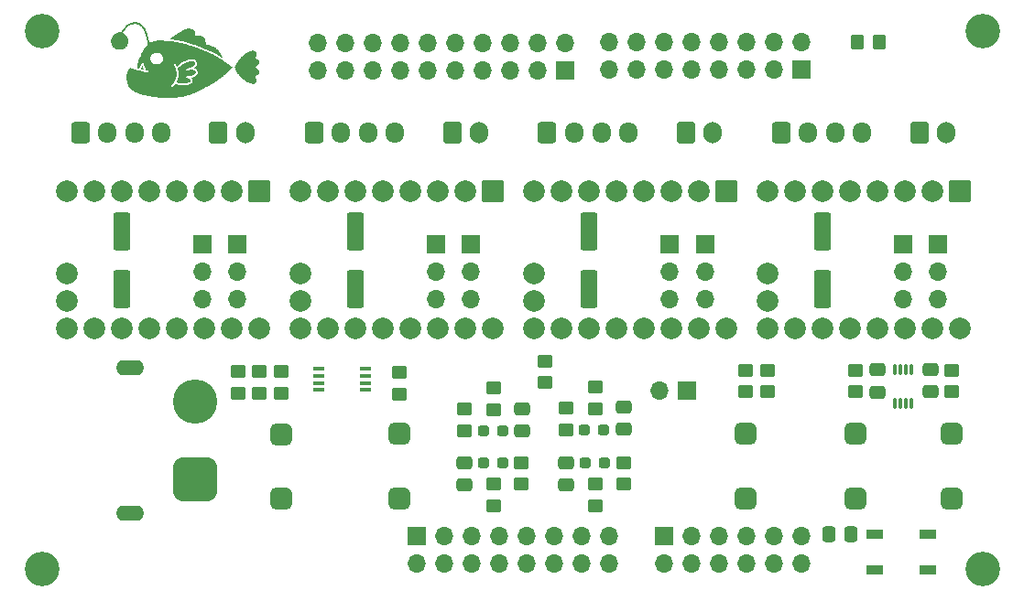
<source format=gts>
%TF.GenerationSoftware,KiCad,Pcbnew,8.0.3*%
%TF.CreationDate,2024-07-06T17:26:19+02:00*%
%TF.ProjectId,StepperDriver-Shield_FRDM-MCXA153,53746570-7065-4724-9472-697665722d53,rev?*%
%TF.SameCoordinates,Original*%
%TF.FileFunction,Soldermask,Top*%
%TF.FilePolarity,Negative*%
%FSLAX46Y46*%
G04 Gerber Fmt 4.6, Leading zero omitted, Abs format (unit mm)*
G04 Created by KiCad (PCBNEW 8.0.3) date 2024-07-06 17:26:19*
%MOMM*%
%LPD*%
G01*
G04 APERTURE LIST*
G04 Aperture macros list*
%AMRoundRect*
0 Rectangle with rounded corners*
0 $1 Rounding radius*
0 $2 $3 $4 $5 $6 $7 $8 $9 X,Y pos of 4 corners*
0 Add a 4 corners polygon primitive as box body*
4,1,4,$2,$3,$4,$5,$6,$7,$8,$9,$2,$3,0*
0 Add four circle primitives for the rounded corners*
1,1,$1+$1,$2,$3*
1,1,$1+$1,$4,$5*
1,1,$1+$1,$6,$7*
1,1,$1+$1,$8,$9*
0 Add four rect primitives between the rounded corners*
20,1,$1+$1,$2,$3,$4,$5,0*
20,1,$1+$1,$4,$5,$6,$7,0*
20,1,$1+$1,$6,$7,$8,$9,0*
20,1,$1+$1,$8,$9,$2,$3,0*%
G04 Aperture macros list end*
%ADD10C,0.000000*%
%ADD11RoundRect,0.102000X-0.900000X0.900000X-0.900000X-0.900000X0.900000X-0.900000X0.900000X0.900000X0*%
%ADD12C,2.004000*%
%ADD13RoundRect,0.250000X-0.450000X0.350000X-0.450000X-0.350000X0.450000X-0.350000X0.450000X0.350000X0*%
%ADD14RoundRect,0.250000X-0.475000X0.337500X-0.475000X-0.337500X0.475000X-0.337500X0.475000X0.337500X0*%
%ADD15C,3.200000*%
%ADD16RoundRect,0.250000X-0.337500X-0.475000X0.337500X-0.475000X0.337500X0.475000X-0.337500X0.475000X0*%
%ADD17RoundRect,0.250000X0.475000X-0.337500X0.475000X0.337500X-0.475000X0.337500X-0.475000X-0.337500X0*%
%ADD18RoundRect,0.250000X0.350000X0.450000X-0.350000X0.450000X-0.350000X-0.450000X0.350000X-0.450000X0*%
%ADD19RoundRect,0.250000X-0.600000X-0.750000X0.600000X-0.750000X0.600000X0.750000X-0.600000X0.750000X0*%
%ADD20O,1.700000X2.000000*%
%ADD21RoundRect,0.250000X-0.600000X-0.725000X0.600000X-0.725000X0.600000X0.725000X-0.600000X0.725000X0*%
%ADD22O,1.700000X1.950000*%
%ADD23R,1.100000X0.400000*%
%ADD24RoundRect,0.250000X0.450000X-0.350000X0.450000X0.350000X-0.450000X0.350000X-0.450000X-0.350000X0*%
%ADD25RoundRect,0.250000X-0.550000X1.500000X-0.550000X-1.500000X0.550000X-1.500000X0.550000X1.500000X0*%
%ADD26RoundRect,0.500000X-0.500000X0.500000X-0.500000X-0.500000X0.500000X-0.500000X0.500000X0.500000X0*%
%ADD27R,1.700000X1.700000*%
%ADD28O,1.700000X1.700000*%
%ADD29O,2.604000X1.404000*%
%ADD30RoundRect,1.025000X1.025000X-1.025000X1.025000X1.025000X-1.025000X1.025000X-1.025000X-1.025000X0*%
%ADD31C,4.100000*%
%ADD32RoundRect,0.237500X-0.287500X-0.237500X0.287500X-0.237500X0.287500X0.237500X-0.287500X0.237500X0*%
%ADD33RoundRect,0.500000X0.500000X-0.500000X0.500000X0.500000X-0.500000X0.500000X-0.500000X-0.500000X0*%
%ADD34R,1.500000X0.900000*%
%ADD35RoundRect,0.075000X0.075000X-0.425000X0.075000X0.425000X-0.075000X0.425000X-0.075000X-0.425000X0*%
%ADD36RoundRect,0.237500X0.287500X0.237500X-0.287500X0.237500X-0.287500X-0.237500X0.287500X-0.237500X0*%
G04 APERTURE END LIST*
D10*
%TO.C,Blub1*%
G36*
X96642611Y-73467663D02*
G01*
X96643330Y-73469784D01*
X96644913Y-73476011D01*
X96649631Y-73489965D01*
X96657440Y-73511526D01*
X96668293Y-73540573D01*
X96682145Y-73576984D01*
X96698952Y-73620640D01*
X96718667Y-73671419D01*
X96728232Y-73695938D01*
X96739537Y-73724942D01*
X96749885Y-73751616D01*
X96758858Y-73774870D01*
X96766037Y-73793614D01*
X96771002Y-73806757D01*
X96773335Y-73813209D01*
X96773403Y-73813432D01*
X96774114Y-73817401D01*
X96772601Y-73819539D01*
X96767653Y-73819722D01*
X96758056Y-73817828D01*
X96742599Y-73813733D01*
X96723777Y-73808381D01*
X96708466Y-73804163D01*
X96686561Y-73798382D01*
X96659701Y-73791459D01*
X96629525Y-73783813D01*
X96597673Y-73775862D01*
X96572487Y-73769664D01*
X96543203Y-73762402D01*
X96516806Y-73755660D01*
X96494359Y-73749724D01*
X96476926Y-73744882D01*
X96465568Y-73741421D01*
X96461349Y-73739629D01*
X96461344Y-73739601D01*
X96463542Y-73735228D01*
X96469645Y-73725143D01*
X96478827Y-73710660D01*
X96490264Y-73693091D01*
X96495907Y-73684559D01*
X96509879Y-73663320D01*
X96525391Y-73639380D01*
X96541815Y-73613747D01*
X96558520Y-73587430D01*
X96574877Y-73561435D01*
X96590257Y-73536772D01*
X96604031Y-73514448D01*
X96615568Y-73495471D01*
X96624240Y-73480850D01*
X96629417Y-73471592D01*
X96630628Y-73468789D01*
X96634067Y-73465587D01*
X96636979Y-73465183D01*
X96642611Y-73467663D01*
G37*
G36*
X106895751Y-72033090D02*
G01*
X106907077Y-72034593D01*
X106919087Y-72037472D01*
X106932903Y-72042111D01*
X106949649Y-72048896D01*
X106970451Y-72058211D01*
X106996430Y-72070439D01*
X107028712Y-72085966D01*
X107034235Y-72088636D01*
X107066424Y-72104691D01*
X107091959Y-72118748D01*
X107112115Y-72131791D01*
X107128165Y-72144803D01*
X107141383Y-72158766D01*
X107153041Y-72174663D01*
X107159835Y-72185569D01*
X107173729Y-72210430D01*
X107183409Y-72231827D01*
X107190079Y-72252809D01*
X107194356Y-72273020D01*
X107198080Y-72305530D01*
X107197676Y-72338940D01*
X107192916Y-72374179D01*
X107183573Y-72412175D01*
X107169420Y-72453858D01*
X107150230Y-72500156D01*
X107126451Y-72550630D01*
X107115559Y-72572915D01*
X107105841Y-72593201D01*
X107097993Y-72610004D01*
X107092712Y-72621835D01*
X107090852Y-72626560D01*
X107086939Y-72636463D01*
X107080736Y-72649656D01*
X107077588Y-72655770D01*
X107068403Y-72680581D01*
X107067437Y-72704400D01*
X107074457Y-72726759D01*
X107089231Y-72747188D01*
X107111525Y-72765218D01*
X107138979Y-72779495D01*
X107189849Y-72801792D01*
X107233339Y-72822902D01*
X107270318Y-72843542D01*
X107301657Y-72864431D01*
X107328227Y-72886287D01*
X107350897Y-72909826D01*
X107370538Y-72935767D01*
X107388021Y-72964826D01*
X107404215Y-72997723D01*
X107404556Y-72998480D01*
X107413915Y-73021387D01*
X107422999Y-73047234D01*
X107430308Y-73071635D01*
X107432356Y-73079817D01*
X107436527Y-73098431D01*
X107438889Y-73112140D01*
X107439518Y-73123960D01*
X107438489Y-73136908D01*
X107435880Y-73154001D01*
X107434450Y-73162449D01*
X107429507Y-73186161D01*
X107423172Y-73209039D01*
X107416431Y-73227596D01*
X107415257Y-73230193D01*
X107399149Y-73258188D01*
X107376158Y-73289012D01*
X107347068Y-73321899D01*
X107312666Y-73356082D01*
X107273735Y-73390797D01*
X107231059Y-73425276D01*
X107185423Y-73458753D01*
X107171268Y-73468489D01*
X107141995Y-73489548D01*
X107120246Y-73508040D01*
X107105612Y-73524347D01*
X107098797Y-73535967D01*
X107094070Y-73554636D01*
X107093387Y-73576298D01*
X107096756Y-73596501D01*
X107098665Y-73601866D01*
X107104779Y-73611928D01*
X107114624Y-73623741D01*
X107126233Y-73635409D01*
X107137643Y-73645032D01*
X107146887Y-73650712D01*
X107150018Y-73651480D01*
X107155630Y-73653814D01*
X107166884Y-73660262D01*
X107182549Y-73669996D01*
X107201391Y-73682186D01*
X107222179Y-73696004D01*
X107243681Y-73710620D01*
X107264663Y-73725206D01*
X107283893Y-73738932D01*
X107300139Y-73750970D01*
X107312168Y-73760490D01*
X107312521Y-73760787D01*
X107331777Y-73777995D01*
X107352000Y-73797660D01*
X107371413Y-73817914D01*
X107388240Y-73836891D01*
X107400705Y-73852723D01*
X107402621Y-73855502D01*
X107418421Y-73884765D01*
X107429875Y-73919069D01*
X107436246Y-73951025D01*
X107438402Y-73966432D01*
X107439303Y-73978781D01*
X107438762Y-73990602D01*
X107436589Y-74004424D01*
X107432597Y-74022778D01*
X107430143Y-74033250D01*
X107419229Y-74070689D01*
X107404188Y-74109851D01*
X107386297Y-74147919D01*
X107366831Y-74182073D01*
X107354706Y-74199813D01*
X107330860Y-74227757D01*
X107300964Y-74255304D01*
X107264466Y-74282862D01*
X107220814Y-74310843D01*
X107169456Y-74339654D01*
X107158566Y-74345368D01*
X107130856Y-74360395D01*
X107109912Y-74373419D01*
X107094569Y-74385410D01*
X107083665Y-74397339D01*
X107076036Y-74410176D01*
X107073392Y-74416428D01*
X107068651Y-74437411D01*
X107069038Y-74459488D01*
X107074288Y-74479421D01*
X107079282Y-74488479D01*
X107086422Y-74500858D01*
X107091227Y-74513268D01*
X107091251Y-74513366D01*
X107094595Y-74522421D01*
X107101026Y-74536535D01*
X107109458Y-74553396D01*
X107114715Y-74563299D01*
X107143445Y-74619192D01*
X107166038Y-74670053D01*
X107182601Y-74716569D01*
X107193243Y-74759427D01*
X107198072Y-74799315D01*
X107197197Y-74836917D01*
X107190726Y-74872922D01*
X107178766Y-74908015D01*
X107171566Y-74923809D01*
X107161148Y-74944290D01*
X107151008Y-74962033D01*
X107140318Y-74977717D01*
X107128250Y-74992018D01*
X107113977Y-75005612D01*
X107096671Y-75019176D01*
X107075505Y-75033388D01*
X107049651Y-75048923D01*
X107018282Y-75066460D01*
X106980570Y-75086674D01*
X106957672Y-75098733D01*
X106937453Y-75109068D01*
X106922314Y-75115912D01*
X106910011Y-75120022D01*
X106898299Y-75122157D01*
X106885694Y-75123045D01*
X106868991Y-75123341D01*
X106853852Y-75122987D01*
X106845247Y-75122262D01*
X106740060Y-75102566D01*
X106634369Y-75074626D01*
X106528088Y-75038411D01*
X106421126Y-74993885D01*
X106313397Y-74941015D01*
X106204812Y-74879767D01*
X106195322Y-74874042D01*
X106140879Y-74839718D01*
X106087843Y-74803508D01*
X106035309Y-74764664D01*
X105982368Y-74722442D01*
X105928114Y-74676098D01*
X105871640Y-74624884D01*
X105812038Y-74568057D01*
X105759195Y-74515743D01*
X105716705Y-74472679D01*
X105679363Y-74433939D01*
X105645998Y-74398207D01*
X105615439Y-74364167D01*
X105586517Y-74330505D01*
X105558061Y-74295907D01*
X105528900Y-74259056D01*
X105516770Y-74243382D01*
X105469124Y-74178776D01*
X105422016Y-74109707D01*
X105376174Y-74037485D01*
X105332326Y-73963421D01*
X105291201Y-73888827D01*
X105253527Y-73815015D01*
X105220032Y-73743294D01*
X105191446Y-73674977D01*
X105172764Y-73624134D01*
X105157442Y-73579294D01*
X105164438Y-73555052D01*
X105174939Y-73522808D01*
X105189394Y-73484646D01*
X105207224Y-73441802D01*
X105227852Y-73395512D01*
X105250699Y-73347011D01*
X105275187Y-73297534D01*
X105300737Y-73248318D01*
X105326772Y-73200597D01*
X105346180Y-73166683D01*
X105391484Y-73091770D01*
X105437304Y-73021269D01*
X105484652Y-72953888D01*
X105534540Y-72888333D01*
X105587978Y-72823312D01*
X105645979Y-72757534D01*
X105709554Y-72689705D01*
X105759195Y-72639027D01*
X105821863Y-72577140D01*
X105880706Y-72521393D01*
X105936759Y-72470991D01*
X105991051Y-72425136D01*
X106044617Y-72383032D01*
X106098488Y-72343882D01*
X106153697Y-72306890D01*
X106211276Y-72271259D01*
X106272257Y-72236192D01*
X106303290Y-72219192D01*
X106363855Y-72188057D01*
X106426490Y-72158796D01*
X106490169Y-72131746D01*
X106553867Y-72107243D01*
X106616556Y-72085625D01*
X106677212Y-72067230D01*
X106734807Y-72052395D01*
X106788315Y-72041458D01*
X106836711Y-72034755D01*
X106870652Y-72032675D01*
X106883984Y-72032579D01*
X106895751Y-72033090D01*
G37*
G36*
X100940880Y-69998752D02*
G01*
X101023597Y-70005604D01*
X101102279Y-70019885D01*
X101177014Y-70041626D01*
X101247890Y-70070859D01*
X101314995Y-70107617D01*
X101378416Y-70151930D01*
X101391455Y-70162346D01*
X101422847Y-70190417D01*
X101447392Y-70218405D01*
X101466396Y-70248388D01*
X101481167Y-70282445D01*
X101493011Y-70322653D01*
X101493493Y-70324630D01*
X101501527Y-70368716D01*
X101503449Y-70408882D01*
X101499330Y-70444589D01*
X101489237Y-70475301D01*
X101473239Y-70500479D01*
X101470599Y-70503459D01*
X101457074Y-70519682D01*
X101449128Y-70534084D01*
X101445460Y-70549782D01*
X101444731Y-70565352D01*
X101446517Y-70584501D01*
X101452728Y-70600642D01*
X101464643Y-70616475D01*
X101472961Y-70624949D01*
X101488965Y-70637860D01*
X101506037Y-70645950D01*
X101525781Y-70649490D01*
X101549801Y-70648754D01*
X101579702Y-70644011D01*
X101582337Y-70643479D01*
X101596814Y-70641095D01*
X101617538Y-70638448D01*
X101642302Y-70635783D01*
X101668900Y-70633345D01*
X101684965Y-70632083D01*
X101712818Y-70630220D01*
X101736445Y-70629148D01*
X101758290Y-70628895D01*
X101780796Y-70629486D01*
X101806406Y-70630948D01*
X101837564Y-70633308D01*
X101843742Y-70633813D01*
X101925554Y-70642412D01*
X101999569Y-70654102D01*
X102065885Y-70668912D01*
X102124601Y-70686871D01*
X102175813Y-70708005D01*
X102219620Y-70732343D01*
X102242018Y-70748206D01*
X102269834Y-70773107D01*
X102297872Y-70804166D01*
X102324529Y-70839270D01*
X102348205Y-70876308D01*
X102367298Y-70913166D01*
X102367568Y-70913766D01*
X102379831Y-70943785D01*
X102393055Y-70981011D01*
X102406928Y-71024280D01*
X102421138Y-71072426D01*
X102435372Y-71124286D01*
X102449318Y-71178694D01*
X102462663Y-71234485D01*
X102475095Y-71290496D01*
X102486302Y-71345562D01*
X102492903Y-71380974D01*
X102497397Y-71405616D01*
X102501107Y-71423571D01*
X102504691Y-71436496D01*
X102508806Y-71446050D01*
X102514111Y-71453889D01*
X102521262Y-71461672D01*
X102527251Y-71467523D01*
X102540387Y-71478839D01*
X102553181Y-71486098D01*
X102568066Y-71490088D01*
X102587473Y-71491593D01*
X102601886Y-71491635D01*
X102615018Y-71491809D01*
X102628441Y-71492839D01*
X102643595Y-71494984D01*
X102661918Y-71498503D01*
X102684851Y-71503657D01*
X102713833Y-71510705D01*
X102729762Y-71514698D01*
X102818663Y-71538149D01*
X102900186Y-71561878D01*
X102975418Y-71586283D01*
X103045446Y-71611764D01*
X103111359Y-71638719D01*
X103174245Y-71667546D01*
X103235192Y-71698643D01*
X103242080Y-71702358D01*
X103324856Y-71749905D01*
X103400461Y-71799134D01*
X103470175Y-71851117D01*
X103535272Y-71906928D01*
X103597030Y-71967639D01*
X103656726Y-72034323D01*
X103698579Y-72085908D01*
X103731976Y-72130832D01*
X103765233Y-72180085D01*
X103798793Y-72234420D01*
X103833099Y-72294585D01*
X103868592Y-72361333D01*
X103905715Y-72435415D01*
X103911301Y-72446896D01*
X103922527Y-72470463D01*
X103934854Y-72497055D01*
X103947842Y-72525648D01*
X103961050Y-72555221D01*
X103974036Y-72584749D01*
X103986359Y-72613211D01*
X103997579Y-72639583D01*
X104007254Y-72662842D01*
X104014942Y-72681966D01*
X104020203Y-72695930D01*
X104022596Y-72703713D01*
X104022592Y-72704957D01*
X104018022Y-72704695D01*
X104014792Y-72703583D01*
X104009103Y-72700386D01*
X103997824Y-72693416D01*
X103982413Y-72683596D01*
X103964329Y-72671845D01*
X103957633Y-72667444D01*
X103857364Y-72602069D01*
X103762464Y-72541727D01*
X103671957Y-72485845D01*
X103584867Y-72433849D01*
X103500219Y-72385165D01*
X103417036Y-72339220D01*
X103334342Y-72295438D01*
X103265367Y-72260326D01*
X103204035Y-72230067D01*
X103141111Y-72199871D01*
X103076004Y-72169486D01*
X103008121Y-72138657D01*
X102936870Y-72107133D01*
X102861659Y-72074659D01*
X102781897Y-72040984D01*
X102696990Y-72005853D01*
X102606348Y-71969014D01*
X102509378Y-71930214D01*
X102405488Y-71889200D01*
X102308475Y-71851310D01*
X102259716Y-71832350D01*
X102217903Y-71816089D01*
X102182086Y-71802156D01*
X102151318Y-71790182D01*
X102124650Y-71779796D01*
X102101135Y-71770628D01*
X102079824Y-71762309D01*
X102059769Y-71754468D01*
X102040023Y-71746736D01*
X102019638Y-71738742D01*
X101997665Y-71730117D01*
X101973156Y-71720491D01*
X101959166Y-71714995D01*
X101844839Y-71670482D01*
X101730553Y-71626776D01*
X101616963Y-71584106D01*
X101504722Y-71542698D01*
X101394483Y-71502782D01*
X101286901Y-71464584D01*
X101182629Y-71428333D01*
X101082321Y-71394256D01*
X100986630Y-71362582D01*
X100896210Y-71333538D01*
X100811715Y-71307352D01*
X100733799Y-71284252D01*
X100680487Y-71269204D01*
X100562672Y-71238216D01*
X100436534Y-71207820D01*
X100302200Y-71178038D01*
X100159794Y-71148898D01*
X100009443Y-71120423D01*
X99851273Y-71092639D01*
X99685410Y-71065572D01*
X99566934Y-71047384D01*
X99532377Y-71041463D01*
X99505684Y-71035191D01*
X99486254Y-71028426D01*
X99484371Y-71027568D01*
X99468925Y-71021643D01*
X99448928Y-71016477D01*
X99422905Y-71011733D01*
X99401807Y-71008681D01*
X99376758Y-71005510D01*
X99347586Y-71002124D01*
X99315754Y-70998663D01*
X99282725Y-70995269D01*
X99249964Y-70992080D01*
X99218934Y-70989237D01*
X99191099Y-70986881D01*
X99167923Y-70985151D01*
X99150869Y-70984188D01*
X99144510Y-70984036D01*
X99132895Y-70983300D01*
X99126047Y-70981418D01*
X99125183Y-70979967D01*
X99128853Y-70976509D01*
X99138743Y-70968497D01*
X99154241Y-70956388D01*
X99174739Y-70940634D01*
X99199625Y-70921692D01*
X99228291Y-70900014D01*
X99260125Y-70876056D01*
X99294519Y-70850272D01*
X99330861Y-70823116D01*
X99368543Y-70795044D01*
X99406953Y-70766509D01*
X99445483Y-70737966D01*
X99483521Y-70709870D01*
X99520458Y-70682674D01*
X99555685Y-70656834D01*
X99588590Y-70632804D01*
X99618564Y-70611038D01*
X99644997Y-70591991D01*
X99666498Y-70576669D01*
X99722523Y-70537943D01*
X99783832Y-70497178D01*
X99849286Y-70455045D01*
X99917750Y-70412213D01*
X99988086Y-70369354D01*
X100059156Y-70327137D01*
X100129824Y-70286232D01*
X100198953Y-70247310D01*
X100265405Y-70211042D01*
X100328043Y-70178096D01*
X100385731Y-70149144D01*
X100417976Y-70133743D01*
X100493081Y-70099957D01*
X100562622Y-70071438D01*
X100627479Y-70047957D01*
X100688534Y-70029287D01*
X100746668Y-70015201D01*
X100802760Y-70005471D01*
X100857692Y-69999870D01*
X100912345Y-69998171D01*
X100940880Y-69998752D01*
G37*
G36*
X101173752Y-73005937D02*
G01*
X101216922Y-73006370D01*
X101252899Y-73007621D01*
X101282934Y-73009864D01*
X101308279Y-73013273D01*
X101330183Y-73018019D01*
X101349898Y-73024275D01*
X101368675Y-73032216D01*
X101370657Y-73033161D01*
X101390773Y-73044131D01*
X101409302Y-73056502D01*
X101422530Y-73067644D01*
X101435269Y-73083207D01*
X101449060Y-73104496D01*
X101462601Y-73129104D01*
X101474589Y-73154623D01*
X101483722Y-73178645D01*
X101485257Y-73183619D01*
X101492360Y-73222666D01*
X101491454Y-73262821D01*
X101482810Y-73303420D01*
X101466700Y-73343801D01*
X101443395Y-73383302D01*
X101413167Y-73421258D01*
X101376288Y-73457008D01*
X101371610Y-73460967D01*
X101344919Y-73482516D01*
X101318562Y-73502459D01*
X101293805Y-73519929D01*
X101271914Y-73534055D01*
X101254154Y-73543971D01*
X101244912Y-73547923D01*
X101230871Y-73553548D01*
X101218750Y-73559887D01*
X101215274Y-73562261D01*
X101202953Y-73570336D01*
X101185276Y-73579893D01*
X101164027Y-73590176D01*
X101140987Y-73600428D01*
X101117940Y-73609892D01*
X101096668Y-73617813D01*
X101078955Y-73623433D01*
X101066581Y-73625997D01*
X101064894Y-73626076D01*
X101046057Y-73627638D01*
X101020931Y-73632060D01*
X100990708Y-73638946D01*
X100956582Y-73647899D01*
X100919747Y-73658524D01*
X100881394Y-73670423D01*
X100842717Y-73683202D01*
X100804910Y-73696462D01*
X100769165Y-73709809D01*
X100736675Y-73722846D01*
X100708633Y-73735177D01*
X100686232Y-73746405D01*
X100670666Y-73756134D01*
X100668725Y-73757659D01*
X100654728Y-73772783D01*
X100643626Y-73791486D01*
X100637083Y-73810589D01*
X100636029Y-73820198D01*
X100640012Y-73843279D01*
X100650954Y-73864731D01*
X100667349Y-73883060D01*
X100687689Y-73896775D01*
X100710468Y-73904383D01*
X100722117Y-73905430D01*
X100734179Y-73903530D01*
X100753007Y-73897889D01*
X100777891Y-73888740D01*
X100798329Y-73880458D01*
X100860677Y-73855447D01*
X100917279Y-73835075D01*
X100969307Y-73819092D01*
X101017928Y-73807248D01*
X101064313Y-73799295D01*
X101109632Y-73794981D01*
X101155054Y-73794058D01*
X101195014Y-73795779D01*
X101253235Y-73801465D01*
X101307323Y-73810032D01*
X101356557Y-73821261D01*
X101400216Y-73834933D01*
X101437579Y-73850830D01*
X101467925Y-73868732D01*
X101486637Y-73884321D01*
X101501819Y-73902299D01*
X101516849Y-73924819D01*
X101529688Y-73948497D01*
X101538302Y-73969954D01*
X101538402Y-73970284D01*
X101543258Y-73992779D01*
X101546357Y-74020091D01*
X101547449Y-74048704D01*
X101546282Y-74075102D01*
X101546025Y-74077545D01*
X101538276Y-74112906D01*
X101523542Y-74148577D01*
X101502971Y-74182525D01*
X101477713Y-74212713D01*
X101461001Y-74228001D01*
X101440520Y-74243043D01*
X101413442Y-74260280D01*
X101381115Y-74278980D01*
X101344889Y-74298414D01*
X101306112Y-74317849D01*
X101266133Y-74336555D01*
X101237263Y-74349205D01*
X101220970Y-74355404D01*
X101200866Y-74361966D01*
X101178565Y-74368491D01*
X101155678Y-74374576D01*
X101133820Y-74379823D01*
X101114604Y-74383829D01*
X101099641Y-74386193D01*
X101090546Y-74386515D01*
X101089016Y-74386052D01*
X101083604Y-74385661D01*
X101071589Y-74386275D01*
X101054761Y-74387762D01*
X101035351Y-74389941D01*
X101014734Y-74392162D01*
X100988078Y-74394570D01*
X100957802Y-74396971D01*
X100926326Y-74399174D01*
X100898540Y-74400850D01*
X100854830Y-74403269D01*
X100818760Y-74405339D01*
X100789511Y-74407148D01*
X100766264Y-74408782D01*
X100748203Y-74410330D01*
X100734508Y-74411879D01*
X100724363Y-74413516D01*
X100716949Y-74415330D01*
X100711448Y-74417407D01*
X100707043Y-74419836D01*
X100704396Y-74421632D01*
X100684714Y-74439146D01*
X100672515Y-74458984D01*
X100666839Y-74482817D01*
X100666436Y-74487664D01*
X100666728Y-74509177D01*
X100671341Y-74527517D01*
X100681296Y-74545447D01*
X100693505Y-74561020D01*
X100705333Y-74572531D01*
X100719440Y-74581224D01*
X100737495Y-74587754D01*
X100761165Y-74592775D01*
X100782104Y-74595758D01*
X100822566Y-74602011D01*
X100864095Y-74610649D01*
X100904653Y-74621112D01*
X100942205Y-74632839D01*
X100974716Y-74645268D01*
X100992936Y-74653852D01*
X101021183Y-74672696D01*
X101045212Y-74696773D01*
X101064596Y-74724804D01*
X101078907Y-74755508D01*
X101087716Y-74787606D01*
X101090596Y-74819819D01*
X101087118Y-74850866D01*
X101076855Y-74879466D01*
X101071517Y-74888761D01*
X101051451Y-74913390D01*
X101023688Y-74937185D01*
X100988987Y-74959727D01*
X100948109Y-74980597D01*
X100901815Y-74999375D01*
X100850864Y-75015641D01*
X100832912Y-75020449D01*
X100776832Y-75034039D01*
X100719515Y-75046565D01*
X100662878Y-75057667D01*
X100608843Y-75066988D01*
X100559328Y-75074170D01*
X100523827Y-75078174D01*
X100503465Y-75080124D01*
X100485023Y-75081942D01*
X100470876Y-75083389D01*
X100464551Y-75084084D01*
X100455819Y-75084256D01*
X100440575Y-75083689D01*
X100420732Y-75082485D01*
X100398204Y-75080750D01*
X100390455Y-75080073D01*
X100362936Y-75077427D01*
X100333121Y-75074282D01*
X100304562Y-75071027D01*
X100280813Y-75068052D01*
X100280370Y-75067993D01*
X100261600Y-75065594D01*
X100236418Y-75062561D01*
X100206832Y-75059128D01*
X100174855Y-75055525D01*
X100142495Y-75051985D01*
X100130062Y-75050656D01*
X100097302Y-75047146D01*
X100069151Y-75044018D01*
X100044083Y-75041055D01*
X100020570Y-75038039D01*
X99997085Y-75034750D01*
X99972103Y-75030972D01*
X99944096Y-75026486D01*
X99911537Y-75021074D01*
X99872899Y-75014518D01*
X99851687Y-75010890D01*
X99822674Y-75006025D01*
X99795676Y-75001693D01*
X99772064Y-74998098D01*
X99753210Y-74995445D01*
X99740484Y-74993939D01*
X99736310Y-74993671D01*
X99726503Y-74993185D01*
X99721604Y-74991992D01*
X99721477Y-74991739D01*
X99723267Y-74987566D01*
X99728302Y-74976847D01*
X99736077Y-74960630D01*
X99746087Y-74939962D01*
X99757829Y-74915890D01*
X99767869Y-74895415D01*
X99814874Y-74795196D01*
X99855186Y-74699227D01*
X99888991Y-74606817D01*
X99916474Y-74517277D01*
X99937819Y-74429915D01*
X99953213Y-74344043D01*
X99962840Y-74258969D01*
X99966886Y-74174004D01*
X99967048Y-74153188D01*
X99963567Y-74066346D01*
X99953366Y-73978220D01*
X99936823Y-73890825D01*
X99914314Y-73806175D01*
X99887999Y-73730770D01*
X99873347Y-73693623D01*
X99885901Y-73677844D01*
X99900062Y-73661586D01*
X99919996Y-73640923D01*
X99944793Y-73616649D01*
X99973545Y-73589558D01*
X100005340Y-73560447D01*
X100039270Y-73530110D01*
X100074424Y-73499342D01*
X100109892Y-73468937D01*
X100144766Y-73439691D01*
X100178135Y-73412399D01*
X100209090Y-73387855D01*
X100236720Y-73366854D01*
X100260117Y-73350192D01*
X100263434Y-73347964D01*
X100302414Y-73322499D01*
X100339568Y-73299286D01*
X100376002Y-73277770D01*
X100412824Y-73257397D01*
X100451141Y-73237612D01*
X100492062Y-73217861D01*
X100536693Y-73197589D01*
X100586142Y-73176241D01*
X100641517Y-73153264D01*
X100697423Y-73130699D01*
X100750733Y-73109595D01*
X100797592Y-73091520D01*
X100839281Y-73076045D01*
X100877081Y-73062744D01*
X100912272Y-73051190D01*
X100946135Y-73040954D01*
X100979950Y-73031611D01*
X101014997Y-73022733D01*
X101036146Y-73017686D01*
X101054211Y-73013590D01*
X101069640Y-73010559D01*
X101084260Y-73008439D01*
X101099899Y-73007072D01*
X101118385Y-73006303D01*
X101141545Y-73005975D01*
X101171207Y-73005933D01*
X101173752Y-73005937D01*
G37*
G36*
X95950970Y-69406312D02*
G01*
X95967428Y-69407744D01*
X95989283Y-69409606D01*
X96013491Y-69411639D01*
X96033629Y-69413309D01*
X96125699Y-69424088D01*
X96212281Y-69440789D01*
X96293211Y-69463358D01*
X96368327Y-69491743D01*
X96437465Y-69525890D01*
X96499311Y-69564928D01*
X96553389Y-69606992D01*
X96608054Y-69656624D01*
X96662613Y-69713022D01*
X96716372Y-69775383D01*
X96768637Y-69842906D01*
X96818713Y-69914788D01*
X96862952Y-69985249D01*
X96877654Y-70011301D01*
X96894513Y-70043498D01*
X96912687Y-70080066D01*
X96931334Y-70119230D01*
X96949610Y-70159217D01*
X96966674Y-70198253D01*
X96981683Y-70234563D01*
X96983382Y-70238845D01*
X96998835Y-70279460D01*
X97015830Y-70326690D01*
X97033854Y-70378935D01*
X97052398Y-70434595D01*
X97070950Y-70492068D01*
X97088999Y-70549755D01*
X97106034Y-70606054D01*
X97121544Y-70659366D01*
X97135017Y-70708090D01*
X97142926Y-70738461D01*
X97154424Y-70785594D01*
X97165831Y-70835217D01*
X97176890Y-70886006D01*
X97187342Y-70936638D01*
X97196930Y-70985789D01*
X97205396Y-71032135D01*
X97212483Y-71074354D01*
X97217933Y-71111121D01*
X97221487Y-71141113D01*
X97221648Y-71142812D01*
X97225915Y-71166786D01*
X97234606Y-71188142D01*
X97248774Y-71208699D01*
X97269467Y-71230274D01*
X97275252Y-71235564D01*
X97302523Y-71256122D01*
X97331548Y-71269744D01*
X97364499Y-71277331D01*
X97379900Y-71278925D01*
X97394140Y-71279776D01*
X97405330Y-71279560D01*
X97415828Y-71277762D01*
X97427993Y-71273865D01*
X97444183Y-71267353D01*
X97456266Y-71262209D01*
X97534782Y-71231148D01*
X97619437Y-71202384D01*
X97708273Y-71176385D01*
X97799330Y-71153622D01*
X97890649Y-71134565D01*
X97980271Y-71119684D01*
X98066237Y-71109448D01*
X98106158Y-71106289D01*
X98151883Y-71104248D01*
X98204981Y-71103498D01*
X98264460Y-71104003D01*
X98329327Y-71105728D01*
X98398592Y-71108636D01*
X98471262Y-71112692D01*
X98546347Y-71117859D01*
X98622856Y-71124101D01*
X98640154Y-71125650D01*
X98678145Y-71128891D01*
X98720424Y-71132135D01*
X98764115Y-71135186D01*
X98806340Y-71137846D01*
X98844222Y-71139919D01*
X98858094Y-71140565D01*
X98917574Y-71143182D01*
X98969551Y-71145543D01*
X99014984Y-71147705D01*
X99054832Y-71149721D01*
X99090054Y-71151647D01*
X99121609Y-71153539D01*
X99150457Y-71155451D01*
X99177556Y-71157437D01*
X99203866Y-71159555D01*
X99230345Y-71161857D01*
X99232445Y-71162046D01*
X99266205Y-71165120D01*
X99292654Y-71167652D01*
X99312916Y-71169830D01*
X99328118Y-71171840D01*
X99339385Y-71173869D01*
X99347842Y-71176103D01*
X99354614Y-71178731D01*
X99360827Y-71181939D01*
X99364290Y-71183944D01*
X99371704Y-71187146D01*
X99383790Y-71190559D01*
X99401304Y-71194334D01*
X99425003Y-71198617D01*
X99455642Y-71203558D01*
X99491846Y-71208993D01*
X99648801Y-71232679D01*
X99797856Y-71256644D01*
X99939581Y-71281010D01*
X100074544Y-71305897D01*
X100203312Y-71331430D01*
X100326454Y-71357728D01*
X100444537Y-71384915D01*
X100558131Y-71413112D01*
X100667803Y-71442442D01*
X100774120Y-71473025D01*
X100877652Y-71504985D01*
X100892189Y-71509651D01*
X101019202Y-71551387D01*
X101152093Y-71596521D01*
X101289262Y-71644481D01*
X101429109Y-71694691D01*
X101570033Y-71746576D01*
X101710435Y-71799562D01*
X101848714Y-71853074D01*
X101851198Y-71854048D01*
X101890697Y-71869522D01*
X101936123Y-71887287D01*
X101985507Y-71906574D01*
X102036880Y-71926616D01*
X102088273Y-71946645D01*
X102137717Y-71965891D01*
X102183242Y-71983589D01*
X102187805Y-71985360D01*
X102311496Y-72033635D01*
X102427702Y-72079526D01*
X102536977Y-72123309D01*
X102639873Y-72165258D01*
X102736947Y-72205647D01*
X102828753Y-72244750D01*
X102915844Y-72282842D01*
X102998776Y-72320196D01*
X103078102Y-72357088D01*
X103154377Y-72393791D01*
X103228156Y-72430580D01*
X103299993Y-72467728D01*
X103370441Y-72505510D01*
X103440057Y-72544201D01*
X103509393Y-72584075D01*
X103579005Y-72625405D01*
X103649446Y-72668466D01*
X103721272Y-72713533D01*
X103795036Y-72760879D01*
X103871293Y-72810779D01*
X103915292Y-72839941D01*
X103938182Y-72855205D01*
X103959506Y-72869506D01*
X103979968Y-72883338D01*
X104000268Y-72897194D01*
X104021109Y-72911567D01*
X104043191Y-72926950D01*
X104067217Y-72943836D01*
X104093887Y-72962719D01*
X104123904Y-72984091D01*
X104157969Y-73008446D01*
X104196783Y-73036276D01*
X104241049Y-73068076D01*
X104291466Y-73104337D01*
X104292122Y-73104808D01*
X104332622Y-73133836D01*
X104376520Y-73165101D01*
X104422235Y-73197491D01*
X104468187Y-73229892D01*
X104512795Y-73261191D01*
X104554480Y-73290275D01*
X104591660Y-73316032D01*
X104607558Y-73326965D01*
X104664423Y-73366185D01*
X104717027Y-73402927D01*
X104765074Y-73436968D01*
X104808269Y-73468087D01*
X104846317Y-73496063D01*
X104878922Y-73520675D01*
X104905790Y-73541700D01*
X104926625Y-73558917D01*
X104941132Y-73572105D01*
X104949017Y-73581042D01*
X104950450Y-73584371D01*
X104947585Y-73590513D01*
X104939337Y-73601653D01*
X104926470Y-73616960D01*
X104909744Y-73635603D01*
X104889922Y-73656752D01*
X104867765Y-73679577D01*
X104844034Y-73703247D01*
X104820922Y-73725576D01*
X104794904Y-73750345D01*
X104766294Y-73777654D01*
X104737174Y-73805513D01*
X104709623Y-73831931D01*
X104685722Y-73854917D01*
X104681542Y-73858948D01*
X104666474Y-73873278D01*
X104645888Y-73892545D01*
X104620571Y-73916034D01*
X104591308Y-73943029D01*
X104558885Y-73972814D01*
X104524089Y-74004673D01*
X104487706Y-74037890D01*
X104450522Y-74071750D01*
X104413324Y-74105536D01*
X104376897Y-74138532D01*
X104342029Y-74170024D01*
X104309504Y-74199293D01*
X104280110Y-74225626D01*
X104254632Y-74248306D01*
X104233857Y-74266617D01*
X104233155Y-74267230D01*
X104211722Y-74285587D01*
X104184348Y-74308425D01*
X104151835Y-74335107D01*
X104114988Y-74364995D01*
X104074611Y-74397452D01*
X104031509Y-74431842D01*
X103986486Y-74467527D01*
X103940346Y-74503871D01*
X103893893Y-74540236D01*
X103847932Y-74575984D01*
X103803267Y-74610480D01*
X103760701Y-74643085D01*
X103721039Y-74673164D01*
X103714737Y-74677910D01*
X103686203Y-74699131D01*
X103652642Y-74723689D01*
X103615467Y-74750581D01*
X103576089Y-74778807D01*
X103535917Y-74807364D01*
X103496364Y-74835252D01*
X103458840Y-74861468D01*
X103424756Y-74885012D01*
X103395523Y-74904881D01*
X103386038Y-74911221D01*
X103340309Y-74940932D01*
X103287389Y-74974099D01*
X103227707Y-75010476D01*
X103161686Y-75049819D01*
X103089755Y-75091883D01*
X103012339Y-75136421D01*
X102929864Y-75183189D01*
X102842757Y-75231941D01*
X102751444Y-75282432D01*
X102656351Y-75334417D01*
X102560400Y-75386308D01*
X102460101Y-75440242D01*
X102367049Y-75490221D01*
X102281055Y-75536347D01*
X102201933Y-75578718D01*
X102129493Y-75617434D01*
X102063548Y-75652595D01*
X102003910Y-75684300D01*
X101950391Y-75712650D01*
X101902804Y-75737743D01*
X101860959Y-75759680D01*
X101824669Y-75778561D01*
X101793747Y-75794485D01*
X101768003Y-75807552D01*
X101747251Y-75817861D01*
X101744210Y-75819344D01*
X101712580Y-75834256D01*
X101674406Y-75851454D01*
X101630455Y-75870640D01*
X101581493Y-75891514D01*
X101528286Y-75913777D01*
X101471600Y-75937129D01*
X101412200Y-75961270D01*
X101350853Y-75985901D01*
X101288324Y-76010722D01*
X101225380Y-76035434D01*
X101162786Y-76059737D01*
X101101309Y-76083332D01*
X101041714Y-76105920D01*
X100984768Y-76127200D01*
X100931235Y-76146873D01*
X100881883Y-76164640D01*
X100837478Y-76180201D01*
X100798784Y-76193256D01*
X100766568Y-76203506D01*
X100747958Y-76208942D01*
X100717881Y-76217073D01*
X100682127Y-76226438D01*
X100642284Y-76236647D01*
X100599943Y-76247308D01*
X100556693Y-76258028D01*
X100514124Y-76268416D01*
X100473824Y-76278080D01*
X100437385Y-76286628D01*
X100406394Y-76293668D01*
X100388361Y-76297581D01*
X100324641Y-76310545D01*
X100264061Y-76321853D01*
X100204529Y-76331826D01*
X100143950Y-76340781D01*
X100080231Y-76349037D01*
X100011277Y-76356913D01*
X99970817Y-76361152D01*
X99893250Y-76368897D01*
X99820934Y-76375751D01*
X99752051Y-76381849D01*
X99684786Y-76387330D01*
X99617323Y-76392332D01*
X99547844Y-76396992D01*
X99474534Y-76401448D01*
X99395577Y-76405837D01*
X99348881Y-76408283D01*
X99332658Y-76408920D01*
X99309269Y-76409556D01*
X99279549Y-76410185D01*
X99244333Y-76410799D01*
X99204455Y-76411394D01*
X99160751Y-76411963D01*
X99114055Y-76412499D01*
X99065202Y-76412996D01*
X99015027Y-76413448D01*
X98964364Y-76413849D01*
X98914049Y-76414192D01*
X98864916Y-76414471D01*
X98817800Y-76414680D01*
X98773536Y-76414812D01*
X98732958Y-76414862D01*
X98696903Y-76414823D01*
X98666203Y-76414688D01*
X98641694Y-76414452D01*
X98624212Y-76414109D01*
X98616393Y-76413788D01*
X98605420Y-76413172D01*
X98587549Y-76412252D01*
X98564341Y-76411103D01*
X98537356Y-76409802D01*
X98508156Y-76408426D01*
X98493605Y-76407752D01*
X98443129Y-76405108D01*
X98386451Y-76401576D01*
X98324766Y-76397264D01*
X98259270Y-76392281D01*
X98191158Y-76386739D01*
X98121627Y-76380744D01*
X98051872Y-76374408D01*
X97983087Y-76367839D01*
X97916470Y-76361146D01*
X97853215Y-76354439D01*
X97794519Y-76347828D01*
X97741576Y-76341421D01*
X97695583Y-76335327D01*
X97684904Y-76333807D01*
X97651755Y-76328792D01*
X97611409Y-76322330D01*
X97564975Y-76314622D01*
X97513564Y-76305867D01*
X97458285Y-76296267D01*
X97400247Y-76286021D01*
X97340560Y-76275328D01*
X97280334Y-76264391D01*
X97220678Y-76253408D01*
X97162702Y-76242579D01*
X97107515Y-76232106D01*
X97056226Y-76222187D01*
X97009947Y-76213024D01*
X96969785Y-76204816D01*
X96969351Y-76204726D01*
X96890422Y-76187456D01*
X96811294Y-76168620D01*
X96733398Y-76148615D01*
X96658165Y-76127836D01*
X96587028Y-76106679D01*
X96521417Y-76085539D01*
X96462764Y-76064813D01*
X96461267Y-76064254D01*
X96391801Y-76037935D01*
X96328725Y-76013246D01*
X96270303Y-75989435D01*
X96214799Y-75965747D01*
X96160477Y-75941432D01*
X96105602Y-75915735D01*
X96048437Y-75887905D01*
X96008029Y-75867709D01*
X95914090Y-75819006D01*
X95827320Y-75771171D01*
X95746567Y-75723501D01*
X95670679Y-75675295D01*
X95598504Y-75625853D01*
X95538645Y-75581899D01*
X95516682Y-75565263D01*
X95496141Y-75549710D01*
X95478308Y-75536212D01*
X95464463Y-75525740D01*
X95455891Y-75519264D01*
X95455132Y-75518692D01*
X95446371Y-75511588D01*
X95441394Y-75506577D01*
X95440972Y-75505715D01*
X95439041Y-75501316D01*
X95433811Y-75490873D01*
X95426007Y-75475795D01*
X95416351Y-75457490D01*
X95412717Y-75450673D01*
X95393319Y-75413315D01*
X95372208Y-75370793D01*
X95350382Y-75325255D01*
X95340428Y-75303811D01*
X99302307Y-75303811D01*
X99306007Y-75325223D01*
X99316000Y-75346670D01*
X99330622Y-75365716D01*
X99348209Y-75379929D01*
X99357349Y-75384370D01*
X99369797Y-75386677D01*
X99386509Y-75386909D01*
X99403584Y-75385246D01*
X99417124Y-75381869D01*
X99417821Y-75381580D01*
X99426551Y-75375868D01*
X99439796Y-75364658D01*
X99456586Y-75348909D01*
X99475957Y-75329577D01*
X99496939Y-75307621D01*
X99518567Y-75283997D01*
X99533760Y-75266766D01*
X99545421Y-75252860D01*
X99559066Y-75235868D01*
X99573665Y-75217161D01*
X99588187Y-75198107D01*
X99601600Y-75180078D01*
X99612874Y-75164442D01*
X99620978Y-75152570D01*
X99624880Y-75145830D01*
X99624971Y-75145582D01*
X99627838Y-75142969D01*
X99634887Y-75143321D01*
X99647844Y-75146761D01*
X99649773Y-75147355D01*
X99661268Y-75150268D01*
X99679364Y-75154063D01*
X99702282Y-75158403D01*
X99728245Y-75162951D01*
X99755349Y-75167351D01*
X99785920Y-75172190D01*
X99818397Y-75177467D01*
X99850039Y-75182727D01*
X99878099Y-75187517D01*
X99895072Y-75190513D01*
X99933490Y-75196984D01*
X99977790Y-75203675D01*
X100025403Y-75210234D01*
X100073763Y-75216310D01*
X100120301Y-75221553D01*
X100127945Y-75222347D01*
X100145050Y-75224183D01*
X100168715Y-75226846D01*
X100197097Y-75230122D01*
X100228352Y-75233797D01*
X100260637Y-75237657D01*
X100278253Y-75239792D01*
X100312958Y-75243934D01*
X100341272Y-75247038D01*
X100365196Y-75249214D01*
X100386728Y-75250575D01*
X100407868Y-75251233D01*
X100430616Y-75251299D01*
X100456971Y-75250886D01*
X100470902Y-75250564D01*
X100500690Y-75249687D01*
X100527040Y-75248492D01*
X100551469Y-75246788D01*
X100575495Y-75244381D01*
X100600635Y-75241078D01*
X100628408Y-75236687D01*
X100660332Y-75231014D01*
X100697923Y-75223866D01*
X100729178Y-75217733D01*
X100791154Y-75204937D01*
X100845705Y-75192442D01*
X100893846Y-75179895D01*
X100936595Y-75166944D01*
X100974970Y-75153237D01*
X101009987Y-75138423D01*
X101042664Y-75122149D01*
X101074017Y-75104063D01*
X101093305Y-75091740D01*
X101136207Y-75059843D01*
X101173983Y-75024568D01*
X101205811Y-74986895D01*
X101230867Y-74947801D01*
X101248326Y-74908268D01*
X101248795Y-74906873D01*
X101253544Y-74891604D01*
X101256757Y-74878039D01*
X101258728Y-74863811D01*
X101259754Y-74846553D01*
X101260129Y-74823896D01*
X101260159Y-74815841D01*
X101260074Y-74791993D01*
X101259482Y-74774195D01*
X101258042Y-74760029D01*
X101255413Y-74747077D01*
X101251255Y-74732924D01*
X101246478Y-74718760D01*
X101225886Y-74670603D01*
X101198340Y-74624014D01*
X101165307Y-74581471D01*
X101164756Y-74580852D01*
X101152596Y-74567060D01*
X101145525Y-74558287D01*
X101142909Y-74553316D01*
X101144112Y-74550927D01*
X101148499Y-74549901D01*
X101148614Y-74549886D01*
X101195578Y-74540980D01*
X101247371Y-74525697D01*
X101304230Y-74503965D01*
X101322308Y-74496178D01*
X101386674Y-74466427D01*
X101443366Y-74437209D01*
X101493112Y-74407991D01*
X101536642Y-74378242D01*
X101574681Y-74347432D01*
X101607959Y-74315030D01*
X101637203Y-74280503D01*
X101658072Y-74251165D01*
X101685270Y-74202375D01*
X101704571Y-74150734D01*
X101715888Y-74096665D01*
X101719135Y-74040590D01*
X101714224Y-73982930D01*
X101713807Y-73980292D01*
X101701124Y-73927239D01*
X101680847Y-73876235D01*
X101653694Y-73828315D01*
X101620385Y-73784517D01*
X101581638Y-73745876D01*
X101538172Y-73713428D01*
X101521920Y-73703694D01*
X101506886Y-73696046D01*
X101488034Y-73687621D01*
X101467334Y-73679167D01*
X101446761Y-73671431D01*
X101428286Y-73665159D01*
X101413882Y-73661101D01*
X101406452Y-73659948D01*
X101399532Y-73658309D01*
X101399755Y-73653288D01*
X101407231Y-73644732D01*
X101422068Y-73632489D01*
X101430272Y-73626390D01*
X101457926Y-73604697D01*
X101487545Y-73578754D01*
X101517041Y-73550585D01*
X101544325Y-73522214D01*
X101567309Y-73495665D01*
X101574051Y-73487045D01*
X101604179Y-73441830D01*
X101628958Y-73393540D01*
X101647685Y-73343909D01*
X101659656Y-73294672D01*
X101663227Y-73266973D01*
X101663340Y-73223022D01*
X101657049Y-73176036D01*
X101644880Y-73127852D01*
X101627355Y-73080309D01*
X101604998Y-73035243D01*
X101590562Y-73011775D01*
X101573298Y-72988650D01*
X101551694Y-72963962D01*
X101527974Y-72939972D01*
X101504361Y-72918942D01*
X101484919Y-72904335D01*
X101459300Y-72889081D01*
X101429858Y-72874319D01*
X101400209Y-72861739D01*
X101376986Y-72853865D01*
X101347122Y-72847101D01*
X101310133Y-72841649D01*
X101267280Y-72837627D01*
X101219821Y-72835154D01*
X101170360Y-72834348D01*
X101139995Y-72834473D01*
X101115948Y-72834942D01*
X101096074Y-72835939D01*
X101078224Y-72837651D01*
X101060251Y-72840262D01*
X101040007Y-72843957D01*
X101025561Y-72846836D01*
X100987569Y-72855031D01*
X100949776Y-72864249D01*
X100911199Y-72874814D01*
X100870856Y-72887050D01*
X100827765Y-72901282D01*
X100780943Y-72917835D01*
X100729407Y-72937033D01*
X100672176Y-72959199D01*
X100608508Y-72984563D01*
X100549264Y-73008705D01*
X100496833Y-73030756D01*
X100450005Y-73051325D01*
X100407568Y-73071026D01*
X100368313Y-73090468D01*
X100331027Y-73110265D01*
X100294499Y-73131027D01*
X100257519Y-73153367D01*
X100218876Y-73177895D01*
X100195689Y-73193059D01*
X100149269Y-73225300D01*
X100098334Y-73263674D01*
X100043560Y-73307625D01*
X99985625Y-73356593D01*
X99925205Y-73410024D01*
X99864755Y-73465686D01*
X99847037Y-73482102D01*
X99831310Y-73496274D01*
X99818656Y-73507259D01*
X99810156Y-73514114D01*
X99807048Y-73515991D01*
X99803680Y-73512367D01*
X99797988Y-73502628D01*
X99790910Y-73488473D01*
X99786557Y-73478943D01*
X99768601Y-73439335D01*
X99751309Y-73403084D01*
X99735119Y-73371012D01*
X99720467Y-73343943D01*
X99707790Y-73322699D01*
X99697526Y-73308103D01*
X99693359Y-73303483D01*
X99671214Y-73287208D01*
X99647965Y-73279163D01*
X99624399Y-73279326D01*
X99601304Y-73287672D01*
X99579466Y-73304178D01*
X99576713Y-73306972D01*
X99565453Y-73319728D01*
X99557577Y-73331687D01*
X99553186Y-73343995D01*
X99552380Y-73357797D01*
X99555260Y-73374238D01*
X99561925Y-73394463D01*
X99572475Y-73419617D01*
X99587010Y-73450845D01*
X99589799Y-73456661D01*
X99609906Y-73499428D01*
X99630551Y-73545074D01*
X99651235Y-73592378D01*
X99671463Y-73640116D01*
X99690738Y-73687067D01*
X99708562Y-73732008D01*
X99724438Y-73773718D01*
X99737869Y-73810973D01*
X99748358Y-73842551D01*
X99752880Y-73857719D01*
X99770331Y-73926218D01*
X99782852Y-73990922D01*
X99790824Y-74054633D01*
X99794626Y-74120150D01*
X99795015Y-74168033D01*
X99791585Y-74248113D01*
X99782712Y-74328131D01*
X99768191Y-74408818D01*
X99747819Y-74490907D01*
X99721394Y-74575130D01*
X99688711Y-74662219D01*
X99649567Y-74752906D01*
X99608967Y-74837563D01*
X99568408Y-74915423D01*
X99528186Y-74985956D01*
X99487580Y-75050235D01*
X99445870Y-75109335D01*
X99402335Y-75164330D01*
X99356255Y-75216295D01*
X99351594Y-75221244D01*
X99333129Y-75241104D01*
X99319895Y-75256492D01*
X99311045Y-75268826D01*
X99305731Y-75279527D01*
X99303105Y-75290017D01*
X99302319Y-75301716D01*
X99302307Y-75303811D01*
X95340428Y-75303811D01*
X95328841Y-75278847D01*
X95308584Y-75233716D01*
X95290609Y-75192010D01*
X95277895Y-75160915D01*
X95248427Y-75081267D01*
X95223327Y-75001964D01*
X95202225Y-74921389D01*
X95184749Y-74837923D01*
X95170529Y-74749947D01*
X95159193Y-74655844D01*
X95156992Y-74633554D01*
X95150578Y-74546917D01*
X95148535Y-74465517D01*
X95151007Y-74387256D01*
X95158138Y-74310031D01*
X95170074Y-74231744D01*
X95186956Y-74150294D01*
X95191478Y-74131210D01*
X95207591Y-74070152D01*
X95224933Y-74016055D01*
X95244213Y-73967430D01*
X95266141Y-73922787D01*
X95291426Y-73880636D01*
X95320778Y-73839486D01*
X95344310Y-73810257D01*
X95357328Y-73795409D01*
X95373895Y-73777482D01*
X95392854Y-73757633D01*
X95413045Y-73737017D01*
X95433312Y-73716790D01*
X95452494Y-73698106D01*
X95469434Y-73682123D01*
X95482974Y-73669995D01*
X95491956Y-73662879D01*
X95492179Y-73662731D01*
X95496050Y-73660601D01*
X95500579Y-73659521D01*
X95506931Y-73659727D01*
X95516273Y-73661453D01*
X95529771Y-73664938D01*
X95548589Y-73670416D01*
X95573894Y-73678124D01*
X95584883Y-73681511D01*
X95624274Y-73693441D01*
X95670504Y-73707051D01*
X95722429Y-73722029D01*
X95778903Y-73738064D01*
X95838783Y-73754844D01*
X95900925Y-73772058D01*
X95964184Y-73789393D01*
X96027417Y-73806537D01*
X96089479Y-73823180D01*
X96149227Y-73839009D01*
X96205516Y-73853712D01*
X96257201Y-73866979D01*
X96303140Y-73878496D01*
X96342187Y-73887953D01*
X96344831Y-73888576D01*
X96377216Y-73896319D01*
X96416326Y-73905873D01*
X96460699Y-73916869D01*
X96508878Y-73928937D01*
X96559404Y-73941708D01*
X96610817Y-73954812D01*
X96661659Y-73967879D01*
X96710471Y-73980540D01*
X96755793Y-73992424D01*
X96778820Y-73998527D01*
X96826048Y-74010974D01*
X96872035Y-74022855D01*
X96915990Y-74033979D01*
X96957121Y-74044159D01*
X96994638Y-74053207D01*
X97027751Y-74060933D01*
X97055668Y-74067150D01*
X97077599Y-74071668D01*
X97092753Y-74074300D01*
X97099273Y-74074922D01*
X97113316Y-74073391D01*
X97124677Y-74070398D01*
X97138126Y-74062647D01*
X97152822Y-74050161D01*
X97165984Y-74035655D01*
X97174835Y-74021846D01*
X97175195Y-74021036D01*
X97180650Y-73998294D01*
X97178660Y-73974956D01*
X97169962Y-73952611D01*
X97155291Y-73932849D01*
X97135386Y-73917258D01*
X97124618Y-73911902D01*
X97114540Y-73908430D01*
X97098597Y-73903776D01*
X97078626Y-73898390D01*
X97056466Y-73892726D01*
X97033953Y-73887235D01*
X97012924Y-73882369D01*
X96995216Y-73878580D01*
X96982667Y-73876320D01*
X96978222Y-73875884D01*
X96971128Y-73874103D01*
X96969351Y-73871447D01*
X96967811Y-73866269D01*
X96963532Y-73854608D01*
X96957030Y-73837800D01*
X96948823Y-73817181D01*
X96940331Y-73796293D01*
X96929549Y-73769756D01*
X96916785Y-73737912D01*
X96903073Y-73703371D01*
X96889447Y-73668738D01*
X96876941Y-73636620D01*
X96876139Y-73634544D01*
X96862212Y-73598554D01*
X96847575Y-73560841D01*
X96831827Y-73520380D01*
X96814569Y-73476145D01*
X96795400Y-73427112D01*
X96773920Y-73372254D01*
X96749729Y-73310547D01*
X96749705Y-73310485D01*
X96740028Y-73286558D01*
X96732079Y-73268969D01*
X96724927Y-73256019D01*
X96717642Y-73246007D01*
X96710039Y-73237943D01*
X96698529Y-73227562D01*
X96687990Y-73219220D01*
X96682774Y-73215869D01*
X96670739Y-73212561D01*
X96654051Y-73211311D01*
X96636252Y-73212057D01*
X96620887Y-73214732D01*
X96614540Y-73217113D01*
X96609559Y-73219781D01*
X96605006Y-73222618D01*
X96600462Y-73226231D01*
X96595514Y-73231229D01*
X96589743Y-73238218D01*
X96582733Y-73247807D01*
X96574068Y-73260604D01*
X96563331Y-73277216D01*
X96550106Y-73298251D01*
X96533976Y-73324317D01*
X96514525Y-73356021D01*
X96491337Y-73393972D01*
X96475010Y-73420725D01*
X96459170Y-73446442D01*
X96440029Y-73477136D01*
X96418917Y-73510694D01*
X96397167Y-73545005D01*
X96376109Y-73577957D01*
X96364686Y-73595695D01*
X96347968Y-73621645D01*
X96332773Y-73645387D01*
X96319706Y-73665958D01*
X96309375Y-73682400D01*
X96302385Y-73693751D01*
X96299345Y-73699053D01*
X96299284Y-73699207D01*
X96295712Y-73701793D01*
X96287080Y-73699762D01*
X96285275Y-73699072D01*
X96277506Y-73696576D01*
X96262957Y-73692417D01*
X96243064Y-73686985D01*
X96219262Y-73680672D01*
X96192987Y-73673867D01*
X96186054Y-73672098D01*
X96160254Y-73665504D01*
X96137374Y-73659600D01*
X96118635Y-73654706D01*
X96105258Y-73651141D01*
X96098463Y-73649226D01*
X96097871Y-73649009D01*
X96097884Y-73644366D01*
X96099676Y-73632446D01*
X96103037Y-73614203D01*
X96107755Y-73590591D01*
X96113619Y-73562564D01*
X96120419Y-73531077D01*
X96127944Y-73497083D01*
X96135981Y-73461536D01*
X96144322Y-73425390D01*
X96152753Y-73389599D01*
X96161066Y-73355118D01*
X96169047Y-73322900D01*
X96175984Y-73295821D01*
X96222323Y-73128597D01*
X96273059Y-72965150D01*
X96328711Y-72804105D01*
X96339809Y-72775034D01*
X97344156Y-72775034D01*
X97344903Y-72812048D01*
X97347634Y-72843948D01*
X97352882Y-72873962D01*
X97361184Y-72905319D01*
X97370476Y-72933811D01*
X97387770Y-72977808D01*
X97408274Y-73017920D01*
X97433158Y-73055948D01*
X97463595Y-73093694D01*
X97498524Y-73130739D01*
X97552752Y-73179142D01*
X97611174Y-73220192D01*
X97673737Y-73253864D01*
X97740391Y-73280132D01*
X97811086Y-73298972D01*
X97853878Y-73306479D01*
X97881300Y-73309215D01*
X97914524Y-73310645D01*
X97950995Y-73310819D01*
X97988155Y-73309790D01*
X98023448Y-73307609D01*
X98054319Y-73304327D01*
X98067896Y-73302180D01*
X98129487Y-73287339D01*
X98191426Y-73265714D01*
X98251128Y-73238363D01*
X98306011Y-73206344D01*
X98312310Y-73202130D01*
X98353098Y-73171100D01*
X98392886Y-73134589D01*
X98430136Y-73094340D01*
X98463310Y-73052096D01*
X98490869Y-73009602D01*
X98504115Y-72984619D01*
X98527659Y-72926275D01*
X98543261Y-72866166D01*
X98550994Y-72805082D01*
X98550932Y-72743815D01*
X98543145Y-72683156D01*
X98527708Y-72623896D01*
X98504693Y-72566828D01*
X98474173Y-72512742D01*
X98458729Y-72490556D01*
X98412366Y-72434838D01*
X98360528Y-72385459D01*
X98303632Y-72342676D01*
X98242093Y-72306744D01*
X98176329Y-72277921D01*
X98106755Y-72256464D01*
X98063851Y-72247319D01*
X98029228Y-72242728D01*
X97989180Y-72240055D01*
X97946347Y-72239278D01*
X97903365Y-72240377D01*
X97862874Y-72243331D01*
X97827512Y-72248119D01*
X97821546Y-72249243D01*
X97775188Y-72260313D01*
X97728158Y-72274905D01*
X97683812Y-72291892D01*
X97655398Y-72304990D01*
X97601289Y-72336048D01*
X97549895Y-72373087D01*
X97502365Y-72414991D01*
X97459847Y-72460642D01*
X97423489Y-72508924D01*
X97394440Y-72558719D01*
X97394413Y-72558774D01*
X97373118Y-72606684D01*
X97358104Y-72653234D01*
X97348780Y-72700970D01*
X97344553Y-72752439D01*
X97344156Y-72775034D01*
X96339809Y-72775034D01*
X96389797Y-72644085D01*
X96456838Y-72483714D01*
X96530352Y-72321616D01*
X96590540Y-72197088D01*
X96636987Y-72105906D01*
X96682409Y-72022071D01*
X96727452Y-71944628D01*
X96772759Y-71872622D01*
X96818975Y-71805097D01*
X96866745Y-71741099D01*
X96916714Y-71679673D01*
X96969525Y-71619862D01*
X97006858Y-71580178D01*
X97050716Y-71534656D01*
X97055138Y-71499628D01*
X97056778Y-71481291D01*
X97058077Y-71456019D01*
X97059036Y-71425336D01*
X97059657Y-71390768D01*
X97059941Y-71353841D01*
X97059891Y-71316079D01*
X97059510Y-71279008D01*
X97058798Y-71244153D01*
X97057757Y-71213040D01*
X97056391Y-71187194D01*
X97054709Y-71168216D01*
X97047602Y-71117145D01*
X97038054Y-71059741D01*
X97026416Y-70997668D01*
X97013042Y-70932586D01*
X96998285Y-70866158D01*
X96982496Y-70800046D01*
X96966029Y-70735912D01*
X96952748Y-70687653D01*
X96925448Y-70593962D01*
X96898972Y-70507961D01*
X96873030Y-70428944D01*
X96847331Y-70356208D01*
X96821584Y-70289048D01*
X96795498Y-70226759D01*
X96768782Y-70168636D01*
X96741145Y-70113975D01*
X96712295Y-70062072D01*
X96681942Y-70012221D01*
X96659834Y-69978451D01*
X96607594Y-69905335D01*
X96554957Y-69840591D01*
X96501834Y-69784129D01*
X96448137Y-69735861D01*
X96393777Y-69695695D01*
X96362271Y-69676284D01*
X96303267Y-69646962D01*
X96238522Y-69622911D01*
X96168963Y-69604180D01*
X96095515Y-69590819D01*
X96019104Y-69582876D01*
X95940657Y-69580400D01*
X95861099Y-69583442D01*
X95781356Y-69592050D01*
X95702354Y-69606273D01*
X95625020Y-69626161D01*
X95595332Y-69635523D01*
X95553530Y-69650631D01*
X95509078Y-69668829D01*
X95464051Y-69689128D01*
X95420522Y-69710543D01*
X95380567Y-69732086D01*
X95346259Y-69752770D01*
X95339246Y-69757395D01*
X95290648Y-69793065D01*
X95239927Y-69835867D01*
X95187830Y-69884968D01*
X95135102Y-69939534D01*
X95082490Y-69998729D01*
X95030738Y-70061720D01*
X94980592Y-70127671D01*
X94932799Y-70195749D01*
X94893884Y-70255781D01*
X94875959Y-70284758D01*
X94859126Y-70312364D01*
X94843926Y-70337675D01*
X94830904Y-70359767D01*
X94820601Y-70377716D01*
X94813562Y-70390597D01*
X94810330Y-70397487D01*
X94810181Y-70398214D01*
X94813863Y-70401383D01*
X94823677Y-70407118D01*
X94838023Y-70414537D01*
X94851295Y-70420909D01*
X94914729Y-70454695D01*
X94976500Y-70495921D01*
X95035378Y-70543569D01*
X95090132Y-70596620D01*
X95139530Y-70654056D01*
X95150279Y-70668148D01*
X95194856Y-70733539D01*
X95231759Y-70800056D01*
X95261544Y-70869009D01*
X95284765Y-70941706D01*
X95301977Y-71019455D01*
X95303904Y-71030610D01*
X95307602Y-71060162D01*
X95310082Y-71095748D01*
X95311345Y-71135021D01*
X95311392Y-71175635D01*
X95310223Y-71215243D01*
X95307839Y-71251500D01*
X95304241Y-71282060D01*
X95303824Y-71284653D01*
X95286508Y-71366760D01*
X95262434Y-71443948D01*
X95231355Y-71516711D01*
X95193024Y-71585545D01*
X95147194Y-71650946D01*
X95093616Y-71713408D01*
X95085578Y-71721848D01*
X95031517Y-71774188D01*
X94977176Y-71818998D01*
X94921202Y-71857147D01*
X94862243Y-71889507D01*
X94798947Y-71916945D01*
X94761360Y-71930400D01*
X94720031Y-71943343D01*
X94682209Y-71953099D01*
X94645505Y-71960035D01*
X94607529Y-71964520D01*
X94565892Y-71966923D01*
X94519960Y-71967612D01*
X94472519Y-71966871D01*
X94431046Y-71964403D01*
X94393153Y-71959840D01*
X94356451Y-71952814D01*
X94318549Y-71942956D01*
X94278560Y-71930400D01*
X94212266Y-71905322D01*
X94151062Y-71875808D01*
X94093594Y-71840987D01*
X94038512Y-71799989D01*
X93984462Y-71751945D01*
X93954342Y-71721848D01*
X93899699Y-71659788D01*
X93852833Y-71594868D01*
X93813493Y-71526584D01*
X93781430Y-71454436D01*
X93756391Y-71377922D01*
X93738128Y-71296540D01*
X93736085Y-71284653D01*
X93732525Y-71256142D01*
X93730071Y-71221742D01*
X93728723Y-71183675D01*
X93728483Y-71144167D01*
X93729350Y-71105442D01*
X93731325Y-71069725D01*
X93734408Y-71039240D01*
X93736040Y-71028493D01*
X93753905Y-70947298D01*
X93778764Y-70869566D01*
X93810330Y-70795972D01*
X93848320Y-70727192D01*
X93887193Y-70670717D01*
X93942371Y-70604667D01*
X94001833Y-70545780D01*
X94065410Y-70494161D01*
X94132932Y-70449917D01*
X94204228Y-70413152D01*
X94279127Y-70383974D01*
X94357460Y-70362487D01*
X94395056Y-70355136D01*
X94419330Y-70352001D01*
X94449794Y-70349634D01*
X94484201Y-70348089D01*
X94520303Y-70347420D01*
X94555852Y-70347682D01*
X94588601Y-70348929D01*
X94604641Y-70350058D01*
X94642747Y-70353304D01*
X94648257Y-70340843D01*
X94652905Y-70331791D01*
X94661345Y-70316788D01*
X94672845Y-70297040D01*
X94686673Y-70273754D01*
X94702098Y-70248137D01*
X94718387Y-70221397D01*
X94734808Y-70194740D01*
X94750631Y-70169373D01*
X94765122Y-70146504D01*
X94777551Y-70127338D01*
X94779412Y-70124526D01*
X94798982Y-70095923D01*
X94822626Y-70062742D01*
X94848938Y-70026860D01*
X94876514Y-69990155D01*
X94903946Y-69954506D01*
X94929831Y-69921789D01*
X94945778Y-69902239D01*
X94964321Y-69880816D01*
X94987550Y-69855468D01*
X95014223Y-69827430D01*
X95043098Y-69797932D01*
X95072932Y-69768209D01*
X95102483Y-69739494D01*
X95130509Y-69713018D01*
X95155769Y-69690016D01*
X95177019Y-69671720D01*
X95182587Y-69667205D01*
X95256900Y-69613251D01*
X95336954Y-69564741D01*
X95421633Y-69522150D01*
X95509823Y-69485951D01*
X95600407Y-69456619D01*
X95692270Y-69434629D01*
X95754182Y-69424209D01*
X95806180Y-69417250D01*
X95850267Y-69411960D01*
X95886829Y-69408302D01*
X95916249Y-69406243D01*
X95938914Y-69405747D01*
X95950970Y-69406312D01*
G37*
%TD*%
D11*
%TO.C,TMC3*%
X129032000Y-85090000D03*
D12*
X126492000Y-85090000D03*
X123952000Y-85090000D03*
X121412000Y-85090000D03*
X118872000Y-85090000D03*
X116332000Y-85090000D03*
X113792000Y-85090000D03*
X111252000Y-85090000D03*
X111252000Y-92710000D03*
X111252000Y-95250000D03*
X111252000Y-97790000D03*
X113792000Y-97790000D03*
X116332000Y-97790000D03*
X118872000Y-97790000D03*
X121412000Y-97790000D03*
X123952000Y-97790000D03*
X126492000Y-97790000D03*
X129032000Y-97790000D03*
%TD*%
D13*
%TO.C,R7*%
X154432000Y-101616000D03*
X154432000Y-103616000D03*
%TD*%
D14*
%TO.C,C3*%
X131749800Y-105185300D03*
X131749800Y-107260300D03*
%TD*%
D15*
%TO.C,H1*%
X87311222Y-70274168D03*
%TD*%
D16*
%TO.C,C9*%
X160074700Y-116763800D03*
X162149700Y-116763800D03*
%TD*%
D17*
%TO.C,C5*%
X135781750Y-112238700D03*
X135781750Y-110163700D03*
%TD*%
D18*
%TO.C,R4*%
X164703000Y-71247000D03*
X162703000Y-71247000D03*
%TD*%
D19*
%TO.C,J16*%
X125242000Y-79610400D03*
D20*
X127742000Y-79610400D03*
%TD*%
D21*
%TO.C,J13*%
X134039600Y-79610400D03*
D22*
X136539600Y-79610400D03*
X139039600Y-79610400D03*
X141539600Y-79610400D03*
%TD*%
D23*
%TO.C,U1*%
X112912000Y-101514000D03*
X112912000Y-102164000D03*
X112912000Y-102814000D03*
X112912000Y-103464000D03*
X117212000Y-103464000D03*
X117212000Y-102814000D03*
X117212000Y-102164000D03*
X117212000Y-101514000D03*
%TD*%
D15*
%TO.C,H3*%
X87311222Y-120058168D03*
%TD*%
D24*
%TO.C,R15*%
X131669150Y-112173100D03*
X131669150Y-110173100D03*
%TD*%
D11*
%TO.C,TMC1*%
X172212000Y-85080000D03*
D12*
X169672000Y-85080000D03*
X167132000Y-85080000D03*
X164592000Y-85080000D03*
X162052000Y-85080000D03*
X159512000Y-85080000D03*
X156972000Y-85080000D03*
X154432000Y-85080000D03*
X154432000Y-92700000D03*
X154432000Y-95240000D03*
X154432000Y-97780000D03*
X156972000Y-97780000D03*
X159512000Y-97780000D03*
X162052000Y-97780000D03*
X164592000Y-97780000D03*
X167132000Y-97780000D03*
X169672000Y-97780000D03*
X172212000Y-97780000D03*
%TD*%
D25*
%TO.C,C4*%
X137922000Y-88740000D03*
X137922000Y-94140000D03*
%TD*%
D26*
%TO.C,SW3*%
X171450000Y-107490000D03*
X171450000Y-113490000D03*
%TD*%
D27*
%TO.C,J7*%
X166928800Y-89931000D03*
D28*
X166928800Y-92471000D03*
X166928800Y-95011000D03*
%TD*%
D29*
%TO.C,J1*%
X95498400Y-114896400D03*
D30*
X101498400Y-111746400D03*
D29*
X95498400Y-101396400D03*
D31*
X101498400Y-104546400D03*
%TD*%
D32*
%TO.C,D4*%
X128162350Y-110198300D03*
X129912350Y-110198300D03*
%TD*%
D19*
%TO.C,J12*%
X146832000Y-79602000D03*
D20*
X149332000Y-79602000D03*
%TD*%
D11*
%TO.C,TMC2*%
X150622000Y-85080000D03*
D12*
X148082000Y-85080000D03*
X145542000Y-85080000D03*
X143002000Y-85080000D03*
X140462000Y-85080000D03*
X137922000Y-85080000D03*
X135382000Y-85080000D03*
X132842000Y-85080000D03*
X132842000Y-92700000D03*
X132842000Y-95240000D03*
X132842000Y-97780000D03*
X135382000Y-97780000D03*
X137922000Y-97780000D03*
X140462000Y-97780000D03*
X143002000Y-97780000D03*
X145542000Y-97780000D03*
X148082000Y-97780000D03*
X150622000Y-97780000D03*
%TD*%
D33*
%TO.C,SW5*%
X109474000Y-113538000D03*
X109474000Y-107538000D03*
%TD*%
D13*
%TO.C,R14*%
X129052950Y-112179700D03*
X129052950Y-114179700D03*
%TD*%
D27*
%TO.C,J6*%
X170180000Y-89931000D03*
D28*
X170180000Y-92471000D03*
X170180000Y-95011000D03*
%TD*%
D17*
%TO.C,C11*%
X169468800Y-103628100D03*
X169468800Y-101553100D03*
%TD*%
D34*
%TO.C,D5*%
X164351800Y-116764800D03*
X164351800Y-120064800D03*
X169251800Y-120064800D03*
X169251800Y-116764800D03*
%TD*%
D26*
%TO.C,SW1*%
X152400000Y-107490000D03*
X152400000Y-113490000D03*
%TD*%
D24*
%TO.C,R1*%
X152400000Y-103616000D03*
X152400000Y-101616000D03*
%TD*%
D35*
%TO.C,P1*%
X166166600Y-104686300D03*
X166666600Y-104686300D03*
X167166600Y-104686300D03*
X167666600Y-104686300D03*
X167666600Y-101586300D03*
X167166600Y-101586300D03*
X166666600Y-101586300D03*
X166166600Y-101586300D03*
%TD*%
D13*
%TO.C,R10*%
X133832600Y-100777800D03*
X133832600Y-102777800D03*
%TD*%
%TO.C,R18*%
X109474000Y-101743000D03*
X109474000Y-103743000D03*
%TD*%
D21*
%TO.C,J17*%
X112455000Y-79610400D03*
D22*
X114955000Y-79610400D03*
X117455000Y-79610400D03*
X119955000Y-79610400D03*
%TD*%
D17*
%TO.C,C10*%
X164566600Y-103678900D03*
X164566600Y-101603900D03*
%TD*%
D21*
%TO.C,J9*%
X155635000Y-79602000D03*
D22*
X158135000Y-79602000D03*
X160635000Y-79602000D03*
X163135000Y-79602000D03*
%TD*%
D27*
%TO.C,J10*%
X148640800Y-89931000D03*
D28*
X148640800Y-92471000D03*
X148640800Y-95011000D03*
%TD*%
D19*
%TO.C,J20*%
X103632000Y-79610400D03*
D20*
X106132000Y-79610400D03*
%TD*%
D27*
%TO.C,J14*%
X126979200Y-89931000D03*
D28*
X126979200Y-92471000D03*
X126979200Y-95011000D03*
%TD*%
D17*
%TO.C,C7*%
X126385950Y-112261400D03*
X126385950Y-110186400D03*
%TD*%
D27*
%TO.C,J11*%
X145338800Y-89931000D03*
D28*
X145338800Y-92471000D03*
X145338800Y-95011000D03*
%TD*%
D33*
%TO.C,SW4*%
X120396000Y-113490000D03*
X120396000Y-107490000D03*
%TD*%
D21*
%TO.C,J21*%
X90865000Y-79610400D03*
D22*
X93365000Y-79610400D03*
X95865000Y-79610400D03*
X98365000Y-79610400D03*
%TD*%
D25*
%TO.C,C2*%
X159512000Y-88740000D03*
X159512000Y-94140000D03*
%TD*%
D27*
%TO.C,J22*%
X146994800Y-103479600D03*
D28*
X144454800Y-103479600D03*
%TD*%
D24*
%TO.C,R5*%
X138455400Y-105165400D03*
X138455400Y-103165400D03*
%TD*%
D32*
%TO.C,D3*%
X137573750Y-110185200D03*
X139323750Y-110185200D03*
%TD*%
D15*
%TO.C,H2*%
X174306222Y-70274168D03*
%TD*%
D13*
%TO.C,R9*%
X126365000Y-105222800D03*
X126365000Y-107222800D03*
%TD*%
D27*
%TO.C,J18*%
X105410000Y-89931000D03*
D28*
X105410000Y-92471000D03*
X105410000Y-95011000D03*
%TD*%
D26*
%TO.C,SW2*%
X162560000Y-107490000D03*
X162560000Y-113490000D03*
%TD*%
D24*
%TO.C,R2*%
X162560000Y-103616000D03*
X162560000Y-101616000D03*
%TD*%
D13*
%TO.C,R17*%
X120396000Y-101822000D03*
X120396000Y-103822000D03*
%TD*%
D25*
%TO.C,C8*%
X94742000Y-88740000D03*
X94742000Y-94140000D03*
%TD*%
D36*
%TO.C,D2*%
X129907000Y-107238800D03*
X128157000Y-107238800D03*
%TD*%
D14*
%TO.C,C1*%
X141097000Y-105032900D03*
X141097000Y-107107900D03*
%TD*%
D11*
%TO.C,TMC4*%
X107442000Y-85085000D03*
D12*
X104902000Y-85085000D03*
X102362000Y-85085000D03*
X99822000Y-85085000D03*
X97282000Y-85085000D03*
X94742000Y-85085000D03*
X92202000Y-85085000D03*
X89662000Y-85085000D03*
X89662000Y-92705000D03*
X89662000Y-95245000D03*
X89662000Y-97785000D03*
X92202000Y-97785000D03*
X94742000Y-97785000D03*
X97282000Y-97785000D03*
X99822000Y-97785000D03*
X102362000Y-97785000D03*
X104902000Y-97785000D03*
X107442000Y-97785000D03*
%TD*%
D13*
%TO.C,R16*%
X105460800Y-101768400D03*
X105460800Y-103768400D03*
%TD*%
D36*
%TO.C,D1*%
X139254200Y-107137200D03*
X137504200Y-107137200D03*
%TD*%
D15*
%TO.C,H4*%
X174306222Y-120058168D03*
%TD*%
D24*
%TO.C,R8*%
X129057400Y-105267000D03*
X129057400Y-103267000D03*
%TD*%
D19*
%TO.C,J8*%
X168422000Y-79602000D03*
D20*
X170922000Y-79602000D03*
%TD*%
D24*
%TO.C,R12*%
X141090350Y-112175800D03*
X141090350Y-110175800D03*
%TD*%
D13*
%TO.C,R6*%
X135763000Y-105146600D03*
X135763000Y-107146600D03*
%TD*%
D27*
%TO.C,J15*%
X123728000Y-89931000D03*
D28*
X123728000Y-92471000D03*
X123728000Y-95011000D03*
%TD*%
D13*
%TO.C,R11*%
X138474150Y-112182400D03*
X138474150Y-114182400D03*
%TD*%
%TO.C,R13*%
X107391200Y-101768400D03*
X107391200Y-103768400D03*
%TD*%
D27*
%TO.C,J19*%
X102158800Y-89931000D03*
D28*
X102158800Y-92471000D03*
X102158800Y-95011000D03*
%TD*%
D25*
%TO.C,C6*%
X116281200Y-88740000D03*
X116281200Y-94140000D03*
%TD*%
D24*
%TO.C,R3*%
X171450000Y-103616000D03*
X171450000Y-101616000D03*
%TD*%
D27*
%TO.C,J2*%
X144843222Y-117005168D03*
D28*
X144843222Y-119545168D03*
X147383222Y-117005168D03*
X147383222Y-119545168D03*
X149923222Y-117005168D03*
X149923222Y-119545168D03*
X152463222Y-117005168D03*
X152463222Y-119545168D03*
X155003222Y-117005168D03*
X155003222Y-119545168D03*
X157543222Y-117005168D03*
X157543222Y-119545168D03*
%TD*%
D27*
%TO.C,J5*%
X135693222Y-73835168D03*
D28*
X135693222Y-71295168D03*
X133153222Y-73835168D03*
X133153222Y-71295168D03*
X130613222Y-73835168D03*
X130613222Y-71295168D03*
X128073222Y-73835168D03*
X128073222Y-71295168D03*
X125533222Y-73835168D03*
X125533222Y-71295168D03*
X122993222Y-73835168D03*
X122993222Y-71295168D03*
X120453222Y-73835168D03*
X120453222Y-71295168D03*
X117913222Y-73835168D03*
X117913222Y-71295168D03*
X115373222Y-73835168D03*
X115373222Y-71295168D03*
X112833222Y-73835168D03*
X112833222Y-71295168D03*
%TD*%
D27*
%TO.C,J4*%
X157517222Y-73810168D03*
D28*
X157517222Y-71270168D03*
X154977222Y-73810168D03*
X154977222Y-71270168D03*
X152437222Y-73810168D03*
X152437222Y-71270168D03*
X149897222Y-73810168D03*
X149897222Y-71270168D03*
X147357222Y-73810168D03*
X147357222Y-71270168D03*
X144817222Y-73810168D03*
X144817222Y-71270168D03*
X142277222Y-73810168D03*
X142277222Y-71270168D03*
X139737222Y-73810168D03*
X139737222Y-71270168D03*
%TD*%
D27*
%TO.C,J3*%
X121997222Y-117005168D03*
D28*
X121997222Y-119545168D03*
X124537222Y-117005168D03*
X124537222Y-119545168D03*
X127077222Y-117005168D03*
X127077222Y-119545168D03*
X129617222Y-117005168D03*
X129617222Y-119545168D03*
X132157222Y-117005168D03*
X132157222Y-119545168D03*
X134697222Y-117005168D03*
X134697222Y-119545168D03*
X137237222Y-117005168D03*
X137237222Y-119545168D03*
X139777222Y-117005168D03*
X139777222Y-119545168D03*
%TD*%
M02*

</source>
